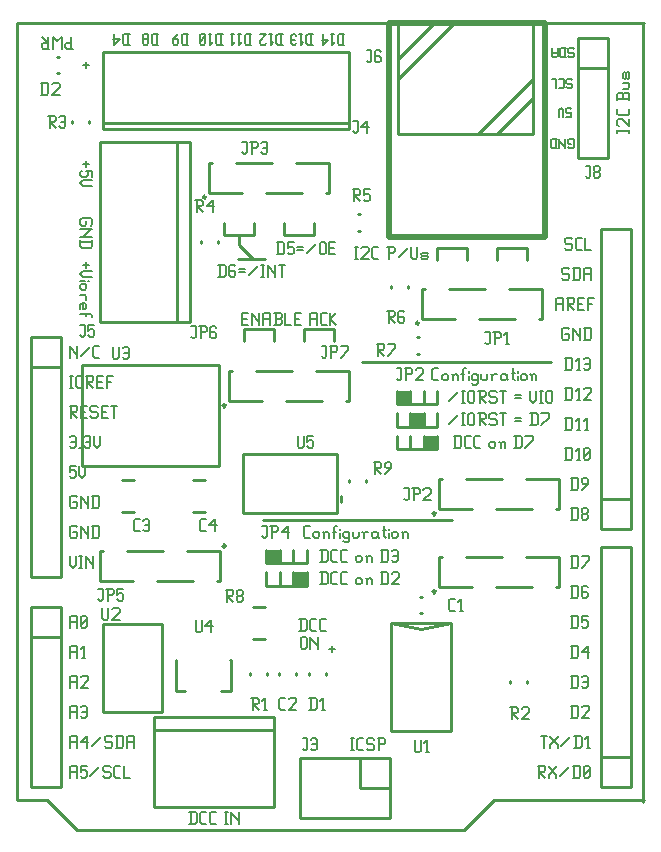
<source format=gbr>
G04 start of page 8 for group -4079 idx -4079 *
G04 Title: (unknown), topsilk *
G04 Creator: pcb 20140316 *
G04 CreationDate: Wed 08 Apr 2015 04:08:23 PM GMT UTC *
G04 For: ndholmes *
G04 Format: Gerber/RS-274X *
G04 PCB-Dimensions (mil): 2110.00 2710.00 *
G04 PCB-Coordinate-Origin: lower left *
%MOIN*%
%FSLAX25Y25*%
%LNTOPSILK*%
%ADD86C,0.0200*%
%ADD85C,0.0080*%
%ADD84C,0.0100*%
%ADD83C,0.0001*%
G54D83*G36*
X132000Y140000D02*X136500D01*
Y135500D01*
X132000D01*
Y140000D01*
G37*
G36*
X127500Y147500D02*X132000D01*
Y143000D01*
X127500D01*
Y147500D01*
G37*
G36*
X136500Y132500D02*X141000D01*
Y128000D01*
X136500D01*
Y132500D01*
G37*
G36*
X93000Y87000D02*X97500D01*
Y82500D01*
X93000D01*
Y87000D01*
G37*
G36*
X84000Y94500D02*X88500D01*
Y90000D01*
X84000D01*
Y94500D01*
G37*
G54D84*X150000Y1000D02*X21000D01*
X160000Y11000D02*X150000Y1000D01*
X1000Y11000D02*X11000D01*
X210000D02*X160000D01*
X83000Y104500D02*X146000D01*
X84000Y87000D02*Y82500D01*
Y94500D02*Y90000D01*
X88500Y82500D02*Y87000D01*
X97500D02*Y82500D01*
X84000D02*X97500D01*
X127500Y140000D02*Y135500D01*
Y132500D02*Y128000D01*
X132000D02*Y132500D01*
X127500Y147500D02*Y143000D01*
X132000D02*Y147500D01*
X136500Y143000D02*Y147500D01*
X141000D02*Y143000D01*
X127500D02*X141000D01*
X132000Y135500D02*Y140000D01*
X136500Y135500D02*Y140000D01*
X141000D02*Y135500D01*
X127500D02*X141000D01*
X136500Y128000D02*Y132500D01*
X127500Y128000D02*X141000D01*
Y132500D02*Y128000D01*
X116000Y157000D02*X179000D01*
X21000Y1000D02*X11000Y11000D01*
X1000D02*Y270000D01*
X88500Y90000D02*Y94500D01*
X93000Y90000D02*Y94500D01*
X97500D02*Y90000D01*
X84000D02*X97500D01*
X93000Y82500D02*Y87000D01*
X80000Y203500D02*Y199500D01*
X90000D02*Y203500D01*
X80000Y199500D02*X70000D01*
X100000D02*X90000D01*
X70000D02*Y203500D01*
X75000Y199500D02*Y196000D01*
X79500Y191500D01*
X74500D02*X83500D01*
X100000Y203500D02*Y199500D01*
X96500Y164000D02*Y168000D01*
X76500Y164000D02*Y168000D01*
X86500D02*X76500D01*
X86500D02*Y164000D01*
X209500Y269500D02*Y10500D01*
X128000Y251500D02*X146500Y270000D01*
X128000Y258000D02*X140000Y270000D01*
X128000Y233000D02*Y270000D01*
X173000Y251500D02*X154500Y233000D01*
X173000Y245000D02*X161000Y233000D01*
X173000D02*X128000D01*
X173000Y270000D02*Y233000D01*
X1000Y270000D02*X210000D01*
X141000Y191000D02*Y195000D01*
X151000D02*X141000D01*
X151000D02*Y191000D01*
X171000Y195000D02*Y191000D01*
X161000D02*Y195000D01*
X171000D02*X161000D01*
X106500Y168000D02*Y164000D01*
Y168000D02*X96500D01*
G54D85*X18500Y22000D02*Y18500D01*
Y22000D02*X19000Y22500D01*
X20500D01*
X21000Y22000D01*
Y18500D01*
X18500Y20500D02*X21000D01*
X22200Y22500D02*X24200D01*
X22200D02*Y20500D01*
X22700Y21000D01*
X23700D01*
X24200Y20500D01*
Y19000D01*
X23700Y18500D02*X24200Y19000D01*
X22700Y18500D02*X23700D01*
X22200Y19000D02*X22700Y18500D01*
X25400Y19000D02*X28400Y22000D01*
X31600Y22500D02*X32100Y22000D01*
X30100Y22500D02*X31600D01*
X29600Y22000D02*X30100Y22500D01*
X29600Y22000D02*Y21000D01*
X30100Y20500D01*
X31600D01*
X32100Y20000D01*
Y19000D01*
X31600Y18500D02*X32100Y19000D01*
X30100Y18500D02*X31600D01*
X29600Y19000D02*X30100Y18500D01*
X33800D02*X35300D01*
X33300Y19000D02*X33800Y18500D01*
X33300Y22000D02*Y19000D01*
Y22000D02*X33800Y22500D01*
X35300D01*
X36500D02*Y18500D01*
X38500D01*
X18500Y32000D02*Y28500D01*
Y32000D02*X19000Y32500D01*
X20500D01*
X21000Y32000D01*
Y28500D01*
X18500Y30500D02*X21000D01*
X22200D02*X24200Y32500D01*
X22200Y30500D02*X24700D01*
X24200Y32500D02*Y28500D01*
X25900Y29000D02*X28900Y32000D01*
X32100Y32500D02*X32600Y32000D01*
X30600Y32500D02*X32100D01*
X30100Y32000D02*X30600Y32500D01*
X30100Y32000D02*Y31000D01*
X30600Y30500D01*
X32100D01*
X32600Y30000D01*
Y29000D01*
X32100Y28500D02*X32600Y29000D01*
X30600Y28500D02*X32100D01*
X30100Y29000D02*X30600Y28500D01*
X34300Y32500D02*Y28500D01*
X35800Y32500D02*X36300Y32000D01*
Y29000D01*
X35800Y28500D02*X36300Y29000D01*
X33800Y28500D02*X35800D01*
X33800Y32500D02*X35800D01*
X37500Y32000D02*Y28500D01*
Y32000D02*X38000Y32500D01*
X39500D01*
X40000Y32000D01*
Y28500D01*
X37500Y30500D02*X40000D01*
X18500Y42000D02*Y38500D01*
Y42000D02*X19000Y42500D01*
X20500D01*
X21000Y42000D01*
Y38500D01*
X18500Y40500D02*X21000D01*
X22200Y42000D02*X22700Y42500D01*
X23700D01*
X24200Y42000D01*
Y39000D01*
X23700Y38500D02*X24200Y39000D01*
X22700Y38500D02*X23700D01*
X22200Y39000D02*X22700Y38500D01*
Y40500D02*X24200D01*
X18500Y52000D02*Y48500D01*
Y52000D02*X19000Y52500D01*
X20500D01*
X21000Y52000D01*
Y48500D01*
X18500Y50500D02*X21000D01*
X22200Y52000D02*X22700Y52500D01*
X24200D01*
X24700Y52000D01*
Y51000D01*
X22200Y48500D02*X24700Y51000D01*
X22200Y48500D02*X24700D01*
X18500Y62000D02*Y58500D01*
Y62000D02*X19000Y62500D01*
X20500D01*
X21000Y62000D01*
Y58500D01*
X18500Y60500D02*X21000D01*
X22700Y58500D02*X23700D01*
X23200Y62500D02*Y58500D01*
X22200Y61500D02*X23200Y62500D01*
X58800Y7200D02*Y3200D01*
X60300Y7200D02*X60800Y6700D01*
Y3700D01*
X60300Y3200D02*X60800Y3700D01*
X58300Y3200D02*X60300D01*
X58300Y7200D02*X60300D01*
X62500Y3200D02*X64000D01*
X62000Y3700D02*X62500Y3200D01*
X62000Y6700D02*Y3700D01*
Y6700D02*X62500Y7200D01*
X64000D01*
X65700Y3200D02*X67200D01*
X65200Y3700D02*X65700Y3200D01*
X65200Y6700D02*Y3700D01*
Y6700D02*X65700Y7200D01*
X67200D01*
X70200D02*X71200D01*
X70700D02*Y3200D01*
X70200D02*X71200D01*
X72400Y7200D02*Y3200D01*
Y7200D02*Y6700D01*
X74900Y4200D01*
Y7200D02*Y3200D01*
X18500Y72000D02*Y68500D01*
Y72000D02*X19000Y72500D01*
X20500D01*
X21000Y72000D01*
Y68500D01*
X18500Y70500D02*X21000D01*
X22200Y69000D02*X22700Y68500D01*
X22200Y72000D02*Y69000D01*
Y72000D02*X22700Y72500D01*
X23700D01*
X24200Y72000D01*
Y69000D01*
X23700Y68500D02*X24200Y69000D01*
X22700Y68500D02*X23700D01*
X22200Y69500D02*X24200Y71500D01*
X18500Y92500D02*Y89500D01*
X19500Y88500D01*
X20500Y89500D01*
Y92500D02*Y89500D01*
X21700Y92500D02*X22700D01*
X22200D02*Y88500D01*
X21700D02*X22700D01*
X23900Y92500D02*Y88500D01*
Y92500D02*Y92000D01*
X26400Y89500D01*
Y92500D02*Y88500D01*
X186000Y52500D02*Y48500D01*
X187500Y52500D02*X188000Y52000D01*
Y49000D01*
X187500Y48500D02*X188000Y49000D01*
X185500Y48500D02*X187500D01*
X185500Y52500D02*X187500D01*
X189200Y52000D02*X189700Y52500D01*
X190700D01*
X191200Y52000D01*
Y49000D01*
X190700Y48500D02*X191200Y49000D01*
X189700Y48500D02*X190700D01*
X189200Y49000D02*X189700Y48500D01*
Y50500D02*X191200D01*
X186000Y62500D02*Y58500D01*
X187500Y62500D02*X188000Y62000D01*
Y59000D01*
X187500Y58500D02*X188000Y59000D01*
X185500Y58500D02*X187500D01*
X185500Y62500D02*X187500D01*
X189200Y60500D02*X191200Y62500D01*
X189200Y60500D02*X191700D01*
X191200Y62500D02*Y58500D01*
X186000Y42500D02*Y38500D01*
X187500Y42500D02*X188000Y42000D01*
Y39000D01*
X187500Y38500D02*X188000Y39000D01*
X185500Y38500D02*X187500D01*
X185500Y42500D02*X187500D01*
X189200Y42000D02*X189700Y42500D01*
X191200D01*
X191700Y42000D01*
Y41000D01*
X189200Y38500D02*X191700Y41000D01*
X189200Y38500D02*X191700D01*
X174500Y22500D02*X176500D01*
X177000Y22000D01*
Y21000D01*
X176500Y20500D02*X177000Y21000D01*
X175000Y20500D02*X176500D01*
X175000Y22500D02*Y18500D01*
Y20500D02*X177000Y18500D01*
X178200Y22500D02*Y22000D01*
X180700Y19500D01*
Y18500D01*
X178200Y19500D02*Y18500D01*
Y19500D02*X180700Y22000D01*
Y22500D02*Y22000D01*
X181900Y19000D02*X184900Y22000D01*
X186600Y22500D02*Y18500D01*
X188100Y22500D02*X188600Y22000D01*
Y19000D01*
X188100Y18500D02*X188600Y19000D01*
X186100Y18500D02*X188100D01*
X186100Y22500D02*X188100D01*
X189800Y19000D02*X190300Y18500D01*
X189800Y22000D02*Y19000D01*
Y22000D02*X190300Y22500D01*
X191300D01*
X191800Y22000D01*
Y19000D01*
X191300Y18500D02*X191800Y19000D01*
X190300Y18500D02*X191300D01*
X189800Y19500D02*X191800Y21500D01*
X112100Y31600D02*X113100D01*
X112600D02*Y27600D01*
X112100D02*X113100D01*
X114800D02*X116300D01*
X114300Y28100D02*X114800Y27600D01*
X114300Y31100D02*Y28100D01*
Y31100D02*X114800Y31600D01*
X116300D01*
X119500D02*X120000Y31100D01*
X118000Y31600D02*X119500D01*
X117500Y31100D02*X118000Y31600D01*
X117500Y31100D02*Y30100D01*
X118000Y29600D01*
X119500D01*
X120000Y29100D01*
Y28100D01*
X119500Y27600D02*X120000Y28100D01*
X118000Y27600D02*X119500D01*
X117500Y28100D02*X118000Y27600D01*
X121700Y31600D02*Y27600D01*
X121200Y31600D02*X123200D01*
X123700Y31100D01*
Y30100D01*
X123200Y29600D02*X123700Y30100D01*
X121700Y29600D02*X123200D01*
X175500Y32500D02*X177500D01*
X176500D02*Y28500D01*
X178700Y32500D02*Y32000D01*
X181200Y29500D01*
Y28500D01*
X178700Y29500D02*Y28500D01*
Y29500D02*X181200Y32000D01*
Y32500D02*Y32000D01*
X182400Y29000D02*X185400Y32000D01*
X187100Y32500D02*Y28500D01*
X188600Y32500D02*X189100Y32000D01*
Y29000D01*
X188600Y28500D02*X189100Y29000D01*
X186600Y28500D02*X188600D01*
X186600Y32500D02*X188600D01*
X190800Y28500D02*X191800D01*
X191300Y32500D02*Y28500D01*
X190300Y31500D02*X191300Y32500D01*
X186000Y92500D02*Y88500D01*
X187500Y92500D02*X188000Y92000D01*
Y89000D01*
X187500Y88500D02*X188000Y89000D01*
X185500Y88500D02*X187500D01*
X185500Y92500D02*X187500D01*
X189200Y88500D02*X191700Y91000D01*
Y92500D02*Y91000D01*
X189200Y92500D02*X191700D01*
X186000Y82500D02*Y78500D01*
X187500Y82500D02*X188000Y82000D01*
Y79000D01*
X187500Y78500D02*X188000Y79000D01*
X185500Y78500D02*X187500D01*
X185500Y82500D02*X187500D01*
X190700D02*X191200Y82000D01*
X189700Y82500D02*X190700D01*
X189200Y82000D02*X189700Y82500D01*
X189200Y82000D02*Y79000D01*
X189700Y78500D01*
X190700Y80500D02*X191200Y80000D01*
X189200Y80500D02*X190700D01*
X189700Y78500D02*X190700D01*
X191200Y79000D01*
Y80000D02*Y79000D01*
X186000Y72500D02*Y68500D01*
X187500Y72500D02*X188000Y72000D01*
Y69000D01*
X187500Y68500D02*X188000Y69000D01*
X185500Y68500D02*X187500D01*
X185500Y72500D02*X187500D01*
X189200D02*X191200D01*
X189200D02*Y70500D01*
X189700Y71000D01*
X190700D01*
X191200Y70500D01*
Y69000D01*
X190700Y68500D02*X191200Y69000D01*
X189700Y68500D02*X190700D01*
X189200Y69000D02*X189700Y68500D01*
X97000Y98500D02*X98500D01*
X96500Y99000D02*X97000Y98500D01*
X96500Y102000D02*Y99000D01*
Y102000D02*X97000Y102500D01*
X98500D01*
X99700Y100000D02*Y99000D01*
Y100000D02*X100200Y100500D01*
X101200D01*
X101700Y100000D01*
Y99000D01*
X101200Y98500D02*X101700Y99000D01*
X100200Y98500D02*X101200D01*
X99700Y99000D02*X100200Y98500D01*
X103400Y100000D02*Y98500D01*
Y100000D02*X103900Y100500D01*
X104400D01*
X104900Y100000D01*
Y98500D01*
X102900Y100500D02*X103400Y100000D01*
X106600Y102000D02*Y98500D01*
Y102000D02*X107100Y102500D01*
X107600D01*
X106100Y100500D02*X107100D01*
X108600Y101500D02*Y101000D01*
Y100000D02*Y98500D01*
X111100Y100500D02*X111600Y100000D01*
X110100Y100500D02*X111100D01*
X109600Y100000D02*X110100Y100500D01*
X109600Y100000D02*Y99000D01*
X110100Y98500D01*
X111100D01*
X111600Y99000D01*
X109600Y97500D02*X110100Y97000D01*
X111100D01*
X111600Y97500D01*
Y100500D02*Y97500D01*
X112800Y100500D02*Y99000D01*
X113300Y98500D01*
X114300D01*
X114800Y99000D01*
Y100500D02*Y99000D01*
X116500Y100000D02*Y98500D01*
Y100000D02*X117000Y100500D01*
X118000D01*
X116000D02*X116500Y100000D01*
X120700Y100500D02*X121200Y100000D01*
X119700Y100500D02*X120700D01*
X119200Y100000D02*X119700Y100500D01*
X119200Y100000D02*Y99000D01*
X119700Y98500D01*
X121200Y100500D02*Y99000D01*
X121700Y98500D01*
X119700D02*X120700D01*
X121200Y99000D01*
X123400Y102500D02*Y99000D01*
X123900Y98500D01*
X122900Y101000D02*X123900D01*
X124900Y101500D02*Y101000D01*
Y100000D02*Y98500D01*
X125900Y100000D02*Y99000D01*
Y100000D02*X126400Y100500D01*
X127400D01*
X127900Y100000D01*
Y99000D01*
X127400Y98500D02*X127900Y99000D01*
X126400Y98500D02*X127400D01*
X125900Y99000D02*X126400Y98500D01*
X129600Y100000D02*Y98500D01*
Y100000D02*X130100Y100500D01*
X130600D01*
X131100Y100000D01*
Y98500D01*
X129100Y100500D02*X129600Y100000D01*
X102500Y87000D02*Y83000D01*
X104000Y87000D02*X104500Y86500D01*
Y83500D01*
X104000Y83000D02*X104500Y83500D01*
X102000Y83000D02*X104000D01*
X102000Y87000D02*X104000D01*
X106200Y83000D02*X107700D01*
X105700Y83500D02*X106200Y83000D01*
X105700Y86500D02*Y83500D01*
Y86500D02*X106200Y87000D01*
X107700D01*
X109400Y83000D02*X110900D01*
X108900Y83500D02*X109400Y83000D01*
X108900Y86500D02*Y83500D01*
Y86500D02*X109400Y87000D01*
X110900D01*
X113900Y84500D02*Y83500D01*
Y84500D02*X114400Y85000D01*
X115400D01*
X115900Y84500D01*
Y83500D01*
X115400Y83000D02*X115900Y83500D01*
X114400Y83000D02*X115400D01*
X113900Y83500D02*X114400Y83000D01*
X117600Y84500D02*Y83000D01*
Y84500D02*X118100Y85000D01*
X118600D01*
X119100Y84500D01*
Y83000D01*
X117100Y85000D02*X117600Y84500D01*
X122600Y87000D02*Y83000D01*
X124100Y87000D02*X124600Y86500D01*
Y83500D01*
X124100Y83000D02*X124600Y83500D01*
X122100Y83000D02*X124100D01*
X122100Y87000D02*X124100D01*
X125800Y86500D02*X126300Y87000D01*
X127800D01*
X128300Y86500D01*
Y85500D01*
X125800Y83000D02*X128300Y85500D01*
X125800Y83000D02*X128300D01*
X102500Y94500D02*Y90500D01*
X104000Y94500D02*X104500Y94000D01*
Y91000D01*
X104000Y90500D02*X104500Y91000D01*
X102000Y90500D02*X104000D01*
X102000Y94500D02*X104000D01*
X106200Y90500D02*X107700D01*
X105700Y91000D02*X106200Y90500D01*
X105700Y94000D02*Y91000D01*
Y94000D02*X106200Y94500D01*
X107700D01*
X109400Y90500D02*X110900D01*
X108900Y91000D02*X109400Y90500D01*
X108900Y94000D02*Y91000D01*
Y94000D02*X109400Y94500D01*
X110900D01*
X113900Y92000D02*Y91000D01*
Y92000D02*X114400Y92500D01*
X115400D01*
X115900Y92000D01*
Y91000D01*
X115400Y90500D02*X115900Y91000D01*
X114400Y90500D02*X115400D01*
X113900Y91000D02*X114400Y90500D01*
X117600Y92000D02*Y90500D01*
Y92000D02*X118100Y92500D01*
X118600D01*
X119100Y92000D01*
Y90500D01*
X117100Y92500D02*X117600Y92000D01*
X122600Y94500D02*Y90500D01*
X124100Y94500D02*X124600Y94000D01*
Y91000D01*
X124100Y90500D02*X124600Y91000D01*
X122100Y90500D02*X124100D01*
X122100Y94500D02*X124100D01*
X125800Y94000D02*X126300Y94500D01*
X127300D01*
X127800Y94000D01*
Y91000D01*
X127300Y90500D02*X127800Y91000D01*
X126300Y90500D02*X127300D01*
X125800Y91000D02*X126300Y90500D01*
Y92500D02*X127800D01*
X95500Y71500D02*Y67500D01*
X97000Y71500D02*X97500Y71000D01*
Y68000D01*
X97000Y67500D02*X97500Y68000D01*
X95000Y67500D02*X97000D01*
X95000Y71500D02*X97000D01*
X99200Y67500D02*X100700D01*
X98700Y68000D02*X99200Y67500D01*
X98700Y71000D02*Y68000D01*
Y71000D02*X99200Y71500D01*
X100700D01*
X102400Y67500D02*X103900D01*
X101900Y68000D02*X102400Y67500D01*
X101900Y71000D02*Y68000D01*
Y71000D02*X102400Y71500D01*
X103900D01*
X95500Y65000D02*Y62000D01*
Y65000D02*X96000Y65500D01*
X97000D01*
X97500Y65000D01*
Y62000D01*
X97000Y61500D02*X97500Y62000D01*
X96000Y61500D02*X97000D01*
X95500Y62000D02*X96000Y61500D01*
X98700Y65500D02*Y61500D01*
Y65500D02*Y65000D01*
X101200Y62500D01*
Y65500D02*Y61500D01*
X105000D02*X107000D01*
X106000Y62500D02*Y60500D01*
X18500Y122500D02*X20500D01*
X18500D02*Y120500D01*
X19000Y121000D01*
X20000D01*
X20500Y120500D01*
Y119000D01*
X20000Y118500D02*X20500Y119000D01*
X19000Y118500D02*X20000D01*
X18500Y119000D02*X19000Y118500D01*
X21700Y122500D02*Y119500D01*
X22700Y118500D01*
X23700Y119500D01*
Y122500D02*Y119500D01*
X18500Y132000D02*X19000Y132500D01*
X20000D01*
X20500Y132000D01*
Y129000D01*
X20000Y128500D02*X20500Y129000D01*
X19000Y128500D02*X20000D01*
X18500Y129000D02*X19000Y128500D01*
Y130500D02*X20500D01*
X21700Y128500D02*X22200D01*
X23400Y132000D02*X23900Y132500D01*
X24900D01*
X25400Y132000D01*
Y129000D01*
X24900Y128500D02*X25400Y129000D01*
X23900Y128500D02*X24900D01*
X23400Y129000D02*X23900Y128500D01*
Y130500D02*X25400D01*
X26600Y132500D02*Y129500D01*
X27600Y128500D01*
X28600Y129500D01*
Y132500D02*Y129500D01*
X18500Y142500D02*X20500D01*
X21000Y142000D01*
Y141000D01*
X20500Y140500D02*X21000Y141000D01*
X19000Y140500D02*X20500D01*
X19000Y142500D02*Y138500D01*
Y140500D02*X21000Y138500D01*
X22200Y140500D02*X23700D01*
X22200Y138500D02*X24200D01*
X22200Y142500D02*Y138500D01*
Y142500D02*X24200D01*
X27400D02*X27900Y142000D01*
X25900Y142500D02*X27400D01*
X25400Y142000D02*X25900Y142500D01*
X25400Y142000D02*Y141000D01*
X25900Y140500D01*
X27400D01*
X27900Y140000D01*
Y139000D01*
X27400Y138500D02*X27900Y139000D01*
X25900Y138500D02*X27400D01*
X25400Y139000D02*X25900Y138500D01*
X29100Y140500D02*X30600D01*
X29100Y138500D02*X31100D01*
X29100Y142500D02*Y138500D01*
Y142500D02*X31100D01*
X32300D02*X34300D01*
X33300D02*Y138500D01*
X18500Y162500D02*Y158500D01*
Y162500D02*Y162000D01*
X21000Y159500D01*
Y162500D02*Y158500D01*
X22200Y159000D02*X25200Y162000D01*
X26900Y158500D02*X28400D01*
X26400Y159000D02*X26900Y158500D01*
X26400Y162000D02*Y159000D01*
Y162000D02*X26900Y162500D01*
X28400D01*
X18500Y152500D02*X19500D01*
X19000D02*Y148500D01*
X18500D02*X19500D01*
X20700Y152000D02*Y149000D01*
Y152000D02*X21200Y152500D01*
X22200D01*
X22700Y152000D01*
Y149000D01*
X22200Y148500D02*X22700Y149000D01*
X21200Y148500D02*X22200D01*
X20700Y149000D02*X21200Y148500D01*
X23900Y152500D02*X25900D01*
X26400Y152000D01*
Y151000D01*
X25900Y150500D02*X26400Y151000D01*
X24400Y150500D02*X25900D01*
X24400Y152500D02*Y148500D01*
Y150500D02*X26400Y148500D01*
X27600Y150500D02*X29100D01*
X27600Y148500D02*X29600D01*
X27600Y152500D02*Y148500D01*
Y152500D02*X29600D01*
X30800D02*Y148500D01*
Y152500D02*X32800D01*
X30800Y150500D02*X32300D01*
X20500Y102500D02*X21000Y102000D01*
X19000Y102500D02*X20500D01*
X18500Y102000D02*X19000Y102500D01*
X18500Y102000D02*Y99000D01*
X19000Y98500D01*
X20500D01*
X21000Y99000D01*
Y100000D02*Y99000D01*
X20500Y100500D02*X21000Y100000D01*
X19500Y100500D02*X20500D01*
X22200Y102500D02*Y98500D01*
Y102500D02*Y102000D01*
X24700Y99500D01*
Y102500D02*Y98500D01*
X26400Y102500D02*Y98500D01*
X27900Y102500D02*X28400Y102000D01*
Y99000D01*
X27900Y98500D02*X28400Y99000D01*
X25900Y98500D02*X27900D01*
X25900Y102500D02*X27900D01*
X20500Y112500D02*X21000Y112000D01*
X19000Y112500D02*X20500D01*
X18500Y112000D02*X19000Y112500D01*
X18500Y112000D02*Y109000D01*
X19000Y108500D01*
X20500D01*
X21000Y109000D01*
Y110000D02*Y109000D01*
X20500Y110500D02*X21000Y110000D01*
X19500Y110500D02*X20500D01*
X22200Y112500D02*Y108500D01*
Y112500D02*Y112000D01*
X24700Y109500D01*
Y112500D02*Y108500D01*
X26400Y112500D02*Y108500D01*
X27900Y112500D02*X28400Y112000D01*
Y109000D01*
X27900Y108500D02*X28400Y109000D01*
X25900Y108500D02*X27900D01*
X25900Y112500D02*X27900D01*
X26000Y203000D02*X25500Y202500D01*
X26000Y204500D02*Y203000D01*
X25500Y205000D02*X26000Y204500D01*
X22500Y205000D02*X25500D01*
X22500D02*X22000Y204500D01*
Y203000D01*
X22500Y202500D01*
X23500D01*
X24000Y203000D02*X23500Y202500D01*
X24000Y204000D02*Y203000D01*
X22000Y201300D02*X26000D01*
X25500D02*X26000D01*
X25500D02*X23000Y198800D01*
X22000D02*X26000D01*
X22000Y197100D02*X26000D01*
Y195600D02*X25500Y195100D01*
X22500D02*X25500D01*
X22000Y195600D02*X22500Y195100D01*
X22000Y197600D02*Y195600D01*
X26000Y197600D02*Y195600D01*
X24000Y224000D02*Y222000D01*
X23000Y223000D02*X25000D01*
X26000Y220800D02*Y218800D01*
X24000Y220800D02*X26000D01*
X24000D02*X24500Y220300D01*
Y219300D01*
X24000Y218800D01*
X22500D02*X24000D01*
X22000Y219300D02*X22500Y218800D01*
X22000Y220300D02*Y219300D01*
X22500Y220800D02*X22000Y220300D01*
X23000Y217600D02*X26000D01*
X23000D02*X22000Y216600D01*
X23000Y215600D01*
X26000D01*
X24000Y190500D02*Y188500D01*
X23000Y189500D02*X25000D01*
X23000Y187300D02*X26000D01*
X23000D02*X22000Y186300D01*
X23000Y185300D01*
X26000D01*
X24500Y184100D02*X25000D01*
X22000D02*X23500D01*
X22500Y183100D02*X23500D01*
X24000Y182600D01*
Y181600D01*
X23500Y181100D01*
X22500D02*X23500D01*
X22000Y181600D02*X22500Y181100D01*
X22000Y182600D02*Y181600D01*
X22500Y183100D02*X22000Y182600D01*
Y179400D02*X23500D01*
X24000Y178900D01*
Y177900D01*
Y179900D02*X23500Y179400D01*
X22000Y176200D02*Y174700D01*
X22500Y176700D02*X22000Y176200D01*
X22500Y176700D02*X23500D01*
X24000Y176200D01*
Y175200D01*
X23500Y174700D01*
X23000Y176700D02*Y174700D01*
X23500D01*
X22000Y173000D02*X25500D01*
X26000Y172500D01*
Y172000D01*
X24000Y173500D02*Y172500D01*
X23000Y256000D02*X25000D01*
X24000Y257000D02*Y255000D01*
X19000Y265500D02*Y261500D01*
X17500D02*X19500D01*
X17500D02*X17000Y262000D01*
Y263000D02*Y262000D01*
X17500Y263500D02*X17000Y263000D01*
X17500Y263500D02*X19000D01*
X15800Y265500D02*Y261500D01*
Y265500D02*X14300Y264000D01*
X12800Y265500D01*
Y261500D01*
X9600D02*X11600D01*
X9600D02*X9100Y262000D01*
Y263000D02*Y262000D01*
X9600Y263500D02*X9100Y263000D01*
X9600Y263500D02*X11100D01*
Y265500D02*Y261500D01*
Y263500D02*X9100Y265500D01*
X38050Y266500D02*Y262900D01*
X36700D02*X36250Y263350D01*
Y266050D02*Y263350D01*
X36700Y266500D02*X36250Y266050D01*
X36700Y266500D02*X38500D01*
X36700Y262900D02*X38500D01*
X35170Y264700D02*X33370Y262900D01*
X32920Y264700D02*X35170D01*
X33370Y266500D02*Y262900D01*
X47550Y266500D02*Y262900D01*
X46200D02*X45750Y263350D01*
Y266050D02*Y263350D01*
X46200Y266500D02*X45750Y266050D01*
X46200Y266500D02*X48000D01*
X46200Y262900D02*X48000D01*
X44670Y266050D02*X44220Y266500D01*
X44670Y266050D02*Y265150D01*
X44220Y264700D01*
X43320D02*X44220D01*
X43320D02*X42870Y265150D01*
Y266050D02*Y265150D01*
X43320Y266500D02*X42870Y266050D01*
X43320Y266500D02*X44220D01*
X44670Y264250D02*X44220Y264700D01*
X44670Y264250D02*Y263350D01*
X44220Y262900D01*
X43320D02*X44220D01*
X43320D02*X42870Y263350D01*
Y264250D02*Y263350D01*
X43320Y264700D02*X42870Y264250D01*
X186000Y108500D02*Y104500D01*
X187500Y108500D02*X188000Y108000D01*
Y105000D01*
X187500Y104500D02*X188000Y105000D01*
X185500Y104500D02*X187500D01*
X185500Y108500D02*X187500D01*
X189200Y105000D02*X189700Y104500D01*
X189200Y106000D02*Y105000D01*
Y106000D02*X189700Y106500D01*
X190700D01*
X191200Y106000D01*
Y105000D01*
X190700Y104500D02*X191200Y105000D01*
X189700Y104500D02*X190700D01*
X189200Y107000D02*X189700Y106500D01*
X189200Y108000D02*Y107000D01*
Y108000D02*X189700Y108500D01*
X190700D01*
X191200Y108000D01*
Y107000D01*
X190700Y106500D02*X191200Y107000D01*
X184000Y128500D02*Y124500D01*
X185500Y128500D02*X186000Y128000D01*
Y125000D01*
X185500Y124500D02*X186000Y125000D01*
X183500Y124500D02*X185500D01*
X183500Y128500D02*X185500D01*
X187700Y124500D02*X188700D01*
X188200Y128500D02*Y124500D01*
X187200Y127500D02*X188200Y128500D01*
X189900Y125000D02*X190400Y124500D01*
X189900Y128000D02*Y125000D01*
Y128000D02*X190400Y128500D01*
X191400D01*
X191900Y128000D01*
Y125000D01*
X191400Y124500D02*X191900Y125000D01*
X190400Y124500D02*X191400D01*
X189900Y125500D02*X191900Y127500D01*
X186000Y118500D02*Y114500D01*
X187500Y118500D02*X188000Y118000D01*
Y115000D01*
X187500Y114500D02*X188000Y115000D01*
X185500Y114500D02*X187500D01*
X185500Y118500D02*X187500D01*
X189200Y114500D02*X191200Y116500D01*
Y118000D02*Y116500D01*
X190700Y118500D02*X191200Y118000D01*
X189700Y118500D02*X190700D01*
X189200Y118000D02*X189700Y118500D01*
X189200Y118000D02*Y117000D01*
X189700Y116500D01*
X191200D01*
X180500Y178000D02*Y174500D01*
Y178000D02*X181000Y178500D01*
X182500D01*
X183000Y178000D01*
Y174500D01*
X180500Y176500D02*X183000D01*
X184200Y178500D02*X186200D01*
X186700Y178000D01*
Y177000D01*
X186200Y176500D02*X186700Y177000D01*
X184700Y176500D02*X186200D01*
X184700Y178500D02*Y174500D01*
Y176500D02*X186700Y174500D01*
X187900Y176500D02*X189400D01*
X187900Y174500D02*X189900D01*
X187900Y178500D02*Y174500D01*
Y178500D02*X189900D01*
X191100D02*Y174500D01*
Y178500D02*X193100D01*
X191100Y176500D02*X192600D01*
X184500Y188500D02*X185000Y188000D01*
X183000Y188500D02*X184500D01*
X182500Y188000D02*X183000Y188500D01*
X182500Y188000D02*Y187000D01*
X183000Y186500D01*
X184500D01*
X185000Y186000D01*
Y185000D01*
X184500Y184500D02*X185000Y185000D01*
X183000Y184500D02*X184500D01*
X182500Y185000D02*X183000Y184500D01*
X186700Y188500D02*Y184500D01*
X188200Y188500D02*X188700Y188000D01*
Y185000D01*
X188200Y184500D02*X188700Y185000D01*
X186200Y184500D02*X188200D01*
X186200Y188500D02*X188200D01*
X189900Y188000D02*Y184500D01*
Y188000D02*X190400Y188500D01*
X191900D01*
X192400Y188000D01*
Y184500D01*
X189900Y186500D02*X192400D01*
X185500Y198500D02*X186000Y198000D01*
X184000Y198500D02*X185500D01*
X183500Y198000D02*X184000Y198500D01*
X183500Y198000D02*Y197000D01*
X184000Y196500D01*
X185500D01*
X186000Y196000D01*
Y195000D01*
X185500Y194500D02*X186000Y195000D01*
X184000Y194500D02*X185500D01*
X183500Y195000D02*X184000Y194500D01*
X187700D02*X189200D01*
X187200Y195000D02*X187700Y194500D01*
X187200Y198000D02*Y195000D01*
Y198000D02*X187700Y198500D01*
X189200D01*
X190400D02*Y194500D01*
X192400D01*
X184500Y168500D02*X185000Y168000D01*
X183000Y168500D02*X184500D01*
X182500Y168000D02*X183000Y168500D01*
X182500Y168000D02*Y165000D01*
X183000Y164500D01*
X184500D01*
X185000Y165000D01*
Y166000D02*Y165000D01*
X184500Y166500D02*X185000Y166000D01*
X183500Y166500D02*X184500D01*
X186200Y168500D02*Y164500D01*
Y168500D02*Y168000D01*
X188700Y165500D01*
Y168500D02*Y164500D01*
X190400Y168500D02*Y164500D01*
X191900Y168500D02*X192400Y168000D01*
Y165000D01*
X191900Y164500D02*X192400Y165000D01*
X189900Y164500D02*X191900D01*
X189900Y168500D02*X191900D01*
X184000Y158500D02*Y154500D01*
X185500Y158500D02*X186000Y158000D01*
Y155000D01*
X185500Y154500D02*X186000Y155000D01*
X183500Y154500D02*X185500D01*
X183500Y158500D02*X185500D01*
X187700Y154500D02*X188700D01*
X188200Y158500D02*Y154500D01*
X187200Y157500D02*X188200Y158500D01*
X189900Y158000D02*X190400Y158500D01*
X191400D01*
X191900Y158000D01*
Y155000D01*
X191400Y154500D02*X191900Y155000D01*
X190400Y154500D02*X191400D01*
X189900Y155000D02*X190400Y154500D01*
Y156500D02*X191900D01*
X184000Y148500D02*Y144500D01*
X185500Y148500D02*X186000Y148000D01*
Y145000D01*
X185500Y144500D02*X186000Y145000D01*
X183500Y144500D02*X185500D01*
X183500Y148500D02*X185500D01*
X187700Y144500D02*X188700D01*
X188200Y148500D02*Y144500D01*
X187200Y147500D02*X188200Y148500D01*
X189900Y148000D02*X190400Y148500D01*
X191900D01*
X192400Y148000D01*
Y147000D01*
X189900Y144500D02*X192400Y147000D01*
X189900Y144500D02*X192400D01*
X184000Y138500D02*Y134500D01*
X185500Y138500D02*X186000Y138000D01*
Y135000D01*
X185500Y134500D02*X186000Y135000D01*
X183500Y134500D02*X185500D01*
X183500Y138500D02*X185500D01*
X187700Y134500D02*X188700D01*
X188200Y138500D02*Y134500D01*
X187200Y137500D02*X188200Y138500D01*
X190400Y134500D02*X191400D01*
X190900Y138500D02*Y134500D01*
X189900Y137500D02*X190900Y138500D01*
X145000Y144000D02*X148000Y147000D01*
X149200Y147500D02*X150200D01*
X149700D02*Y143500D01*
X149200D02*X150200D01*
X151400Y147000D02*Y144000D01*
Y147000D02*X151900Y147500D01*
X152900D01*
X153400Y147000D01*
Y144000D01*
X152900Y143500D02*X153400Y144000D01*
X151900Y143500D02*X152900D01*
X151400Y144000D02*X151900Y143500D01*
X154600Y147500D02*X156600D01*
X157100Y147000D01*
Y146000D01*
X156600Y145500D02*X157100Y146000D01*
X155100Y145500D02*X156600D01*
X155100Y147500D02*Y143500D01*
Y145500D02*X157100Y143500D01*
X160300Y147500D02*X160800Y147000D01*
X158800Y147500D02*X160300D01*
X158300Y147000D02*X158800Y147500D01*
X158300Y147000D02*Y146000D01*
X158800Y145500D01*
X160300D01*
X160800Y145000D01*
Y144000D01*
X160300Y143500D02*X160800Y144000D01*
X158800Y143500D02*X160300D01*
X158300Y144000D02*X158800Y143500D01*
X162000Y147500D02*X164000D01*
X163000D02*Y143500D01*
X167000Y146000D02*X169000D01*
X167000Y145000D02*X169000D01*
X172000Y147500D02*Y144500D01*
X173000Y143500D01*
X174000Y144500D01*
Y147500D02*Y144500D01*
X175200Y147500D02*X176200D01*
X175700D02*Y143500D01*
X175200D02*X176200D01*
X177400Y147000D02*Y144000D01*
Y147000D02*X177900Y147500D01*
X178900D01*
X179400Y147000D01*
Y144000D01*
X178900Y143500D02*X179400Y144000D01*
X177900Y143500D02*X178900D01*
X177400Y144000D02*X177900Y143500D01*
X145000Y136500D02*X148000Y139500D01*
X149200Y140000D02*X150200D01*
X149700D02*Y136000D01*
X149200D02*X150200D01*
X151400Y139500D02*Y136500D01*
Y139500D02*X151900Y140000D01*
X152900D01*
X153400Y139500D01*
Y136500D01*
X152900Y136000D02*X153400Y136500D01*
X151900Y136000D02*X152900D01*
X151400Y136500D02*X151900Y136000D01*
X154600Y140000D02*X156600D01*
X157100Y139500D01*
Y138500D01*
X156600Y138000D02*X157100Y138500D01*
X155100Y138000D02*X156600D01*
X155100Y140000D02*Y136000D01*
Y138000D02*X157100Y136000D01*
X160300Y140000D02*X160800Y139500D01*
X158800Y140000D02*X160300D01*
X158300Y139500D02*X158800Y140000D01*
X158300Y139500D02*Y138500D01*
X158800Y138000D01*
X160300D01*
X160800Y137500D01*
Y136500D01*
X160300Y136000D02*X160800Y136500D01*
X158800Y136000D02*X160300D01*
X158300Y136500D02*X158800Y136000D01*
X162000Y140000D02*X164000D01*
X163000D02*Y136000D01*
X167000Y138500D02*X169000D01*
X167000Y137500D02*X169000D01*
X172500Y140000D02*Y136000D01*
X174000Y140000D02*X174500Y139500D01*
Y136500D01*
X174000Y136000D02*X174500Y136500D01*
X172000Y136000D02*X174000D01*
X172000Y140000D02*X174000D01*
X175700Y136000D02*X178200Y138500D01*
Y140000D02*Y138500D01*
X175700Y140000D02*X178200D01*
X147000Y132500D02*Y128500D01*
X148500Y132500D02*X149000Y132000D01*
Y129000D01*
X148500Y128500D02*X149000Y129000D01*
X146500Y128500D02*X148500D01*
X146500Y132500D02*X148500D01*
X150700Y128500D02*X152200D01*
X150200Y129000D02*X150700Y128500D01*
X150200Y132000D02*Y129000D01*
Y132000D02*X150700Y132500D01*
X152200D01*
X153900Y128500D02*X155400D01*
X153400Y129000D02*X153900Y128500D01*
X153400Y132000D02*Y129000D01*
Y132000D02*X153900Y132500D01*
X155400D01*
X158400Y130000D02*Y129000D01*
Y130000D02*X158900Y130500D01*
X159900D01*
X160400Y130000D01*
Y129000D01*
X159900Y128500D02*X160400Y129000D01*
X158900Y128500D02*X159900D01*
X158400Y129000D02*X158900Y128500D01*
X162100Y130000D02*Y128500D01*
Y130000D02*X162600Y130500D01*
X163100D01*
X163600Y130000D01*
Y128500D01*
X161600Y130500D02*X162100Y130000D01*
X167100Y132500D02*Y128500D01*
X168600Y132500D02*X169100Y132000D01*
Y129000D01*
X168600Y128500D02*X169100Y129000D01*
X166600Y128500D02*X168600D01*
X166600Y132500D02*X168600D01*
X170300Y128500D02*X172800Y131000D01*
Y132500D02*Y131000D01*
X170300Y132500D02*X172800D01*
X127500Y155000D02*X129000D01*
Y151500D01*
X128500Y151000D02*X129000Y151500D01*
X128000Y151000D02*X128500D01*
X127500Y151500D02*X128000Y151000D01*
X130700Y155000D02*Y151000D01*
X130200Y155000D02*X132200D01*
X132700Y154500D01*
Y153500D01*
X132200Y153000D02*X132700Y153500D01*
X130700Y153000D02*X132200D01*
X133900Y154500D02*X134400Y155000D01*
X135900D01*
X136400Y154500D01*
Y153500D01*
X133900Y151000D02*X136400Y153500D01*
X133900Y151000D02*X136400D01*
X139900D02*X141400D01*
X139400Y151500D02*X139900Y151000D01*
X139400Y154500D02*Y151500D01*
Y154500D02*X139900Y155000D01*
X141400D01*
X142600Y152500D02*Y151500D01*
Y152500D02*X143100Y153000D01*
X144100D01*
X144600Y152500D01*
Y151500D01*
X144100Y151000D02*X144600Y151500D01*
X143100Y151000D02*X144100D01*
X142600Y151500D02*X143100Y151000D01*
X146300Y152500D02*Y151000D01*
Y152500D02*X146800Y153000D01*
X147300D01*
X147800Y152500D01*
Y151000D01*
X145800Y153000D02*X146300Y152500D01*
X149500Y154500D02*Y151000D01*
Y154500D02*X150000Y155000D01*
X150500D01*
X149000Y153000D02*X150000D01*
X151500Y154000D02*Y153500D01*
Y152500D02*Y151000D01*
X154000Y153000D02*X154500Y152500D01*
X153000Y153000D02*X154000D01*
X152500Y152500D02*X153000Y153000D01*
X152500Y152500D02*Y151500D01*
X153000Y151000D01*
X154000D01*
X154500Y151500D01*
X152500Y150000D02*X153000Y149500D01*
X154000D01*
X154500Y150000D01*
Y153000D02*Y150000D01*
X155700Y153000D02*Y151500D01*
X156200Y151000D01*
X157200D01*
X157700Y151500D01*
Y153000D02*Y151500D01*
X159400Y152500D02*Y151000D01*
Y152500D02*X159900Y153000D01*
X160900D01*
X158900D02*X159400Y152500D01*
X163600Y153000D02*X164100Y152500D01*
X162600Y153000D02*X163600D01*
X162100Y152500D02*X162600Y153000D01*
X162100Y152500D02*Y151500D01*
X162600Y151000D01*
X164100Y153000D02*Y151500D01*
X164600Y151000D01*
X162600D02*X163600D01*
X164100Y151500D01*
X166300Y155000D02*Y151500D01*
X166800Y151000D01*
X165800Y153500D02*X166800D01*
X167800Y154000D02*Y153500D01*
Y152500D02*Y151000D01*
X168800Y152500D02*Y151500D01*
Y152500D02*X169300Y153000D01*
X170300D01*
X170800Y152500D01*
Y151500D01*
X170300Y151000D02*X170800Y151500D01*
X169300Y151000D02*X170300D01*
X168800Y151500D02*X169300Y151000D01*
X172500Y152500D02*Y151000D01*
Y152500D02*X173000Y153000D01*
X173500D01*
X174000Y152500D01*
Y151000D01*
X172000Y153000D02*X172500Y152500D01*
X88000Y197000D02*Y193000D01*
X89500Y197000D02*X90000Y196500D01*
Y193500D01*
X89500Y193000D02*X90000Y193500D01*
X87500Y193000D02*X89500D01*
X87500Y197000D02*X89500D01*
X91200D02*X93200D01*
X91200D02*Y195000D01*
X91700Y195500D01*
X92700D01*
X93200Y195000D01*
Y193500D01*
X92700Y193000D02*X93200Y193500D01*
X91700Y193000D02*X92700D01*
X91200Y193500D02*X91700Y193000D01*
X94400Y195500D02*X96400D01*
X94400Y194500D02*X96400D01*
X97600Y193500D02*X100600Y196500D01*
X101800D02*Y193500D01*
Y196500D02*X102300Y197000D01*
X103300D01*
X103800Y196500D01*
Y193500D01*
X103300Y193000D02*X103800Y193500D01*
X102300Y193000D02*X103300D01*
X101800Y193500D02*X102300Y193000D01*
X105000Y195000D02*X106500D01*
X105000Y193000D02*X107000D01*
X105000Y197000D02*Y193000D01*
Y197000D02*X107000D01*
X113500Y195500D02*X114500D01*
X114000D02*Y191500D01*
X113500D02*X114500D01*
X115700Y195000D02*X116200Y195500D01*
X117700D01*
X118200Y195000D01*
Y194000D01*
X115700Y191500D02*X118200Y194000D01*
X115700Y191500D02*X118200D01*
X119900D02*X121400D01*
X119400Y192000D02*X119900Y191500D01*
X119400Y195000D02*Y192000D01*
Y195000D02*X119900Y195500D01*
X121400D01*
X124900D02*Y191500D01*
X124400Y195500D02*X126400D01*
X126900Y195000D01*
Y194000D01*
X126400Y193500D02*X126900Y194000D01*
X124900Y193500D02*X126400D01*
X128100Y192000D02*X131100Y195000D01*
X132300Y195500D02*Y192000D01*
X132800Y191500D01*
X133800D01*
X134300Y192000D01*
Y195500D02*Y192000D01*
X136000Y191500D02*X137500D01*
X138000Y192000D01*
X137500Y192500D02*X138000Y192000D01*
X136000Y192500D02*X137500D01*
X135500Y193000D02*X136000Y192500D01*
X135500Y193000D02*X136000Y193500D01*
X137500D01*
X138000Y193000D01*
X135500Y192000D02*X136000Y191500D01*
X76000Y171500D02*X77500D01*
X76000Y169500D02*X78000D01*
X76000Y173500D02*Y169500D01*
Y173500D02*X78000D01*
X79200D02*Y169500D01*
Y173500D02*Y173000D01*
X81700Y170500D01*
Y173500D02*Y169500D01*
X82900Y173000D02*Y169500D01*
Y173000D02*X83400Y173500D01*
X84900D01*
X85400Y173000D01*
Y169500D01*
X82900Y171500D02*X85400D01*
X86600Y169500D02*X88600D01*
X89100Y170000D01*
Y171000D02*Y170000D01*
X88600Y171500D02*X89100Y171000D01*
X87100Y171500D02*X88600D01*
X87100Y173500D02*Y169500D01*
X86600Y173500D02*X88600D01*
X89100Y173000D01*
Y172000D01*
X88600Y171500D02*X89100Y172000D01*
X90300Y173500D02*Y169500D01*
X92300D01*
X93500Y171500D02*X95000D01*
X93500Y169500D02*X95500D01*
X93500Y173500D02*Y169500D01*
Y173500D02*X95500D01*
X98500Y173000D02*Y169500D01*
Y173000D02*X99000Y173500D01*
X100500D01*
X101000Y173000D01*
Y169500D01*
X98500Y171500D02*X101000D01*
X102700Y169500D02*X104200D01*
X102200Y170000D02*X102700Y169500D01*
X102200Y173000D02*Y170000D01*
Y173000D02*X102700Y173500D01*
X104200D01*
X105400D02*Y169500D01*
Y171500D02*X107400Y173500D01*
X105400Y171500D02*X107400Y169500D01*
X68543Y189500D02*Y185500D01*
X70043Y189500D02*X70543Y189000D01*
Y186000D01*
X70043Y185500D02*X70543Y186000D01*
X68043Y185500D02*X70043D01*
X68043Y189500D02*X70043D01*
X73243D02*X73743Y189000D01*
X72243Y189500D02*X73243D01*
X71743Y189000D02*X72243Y189500D01*
X71743Y189000D02*Y186000D01*
X72243Y185500D01*
X73243Y187500D02*X73743Y187000D01*
X71743Y187500D02*X73243D01*
X72243Y185500D02*X73243D01*
X73743Y186000D01*
Y187000D02*Y186000D01*
X74943Y188000D02*X76943D01*
X74943Y187000D02*X76943D01*
X78143Y186000D02*X81143Y189000D01*
X82343Y189500D02*X83343D01*
X82843D02*Y185500D01*
X82343D02*X83343D01*
X84543Y189500D02*Y185500D01*
Y189500D02*Y189000D01*
X87043Y186500D01*
Y189500D02*Y185500D01*
X88243Y189500D02*X90243D01*
X89243D02*Y185500D01*
X109575Y266250D02*Y262850D01*
X108300D02*X107875Y263275D01*
Y265825D02*Y263275D01*
X108300Y266250D02*X107875Y265825D01*
X108300Y266250D02*X110000D01*
X108300Y262850D02*X110000D01*
X105580Y266250D02*X106430D01*
X106005D02*Y262850D01*
X106855Y263700D02*X106005Y262850D01*
X104560Y264550D02*X102860Y262850D01*
X102435Y264550D02*X104560D01*
X102860Y266250D02*Y262850D01*
X99075Y266250D02*Y262850D01*
X97800D02*X97375Y263275D01*
Y265825D02*Y263275D01*
X97800Y266250D02*X97375Y265825D01*
X97800Y266250D02*X99500D01*
X97800Y262850D02*X99500D01*
X95080Y266250D02*X95930D01*
X95505D02*Y262850D01*
X96355Y263700D02*X95505Y262850D01*
X94060Y263275D02*X93635Y262850D01*
X92785D02*X93635D01*
X92785D02*X92360Y263275D01*
Y265825D02*Y263275D01*
X92785Y266250D02*X92360Y265825D01*
X92785Y266250D02*X93635D01*
X94060Y265825D02*X93635Y266250D01*
X92360Y264550D02*X93635D01*
X89075Y266250D02*Y262850D01*
X87800D02*X87375Y263275D01*
Y265825D02*Y263275D01*
X87800Y266250D02*X87375Y265825D01*
X87800Y266250D02*X89500D01*
X87800Y262850D02*X89500D01*
X85080Y266250D02*X85930D01*
X85505D02*Y262850D01*
X86355Y263700D02*X85505Y262850D01*
X84060Y263275D02*X83635Y262850D01*
X82360D02*X83635D01*
X82360D02*X81935Y263275D01*
Y264125D02*Y263275D01*
X84060Y266250D02*X81935Y264125D01*
Y266250D02*X84060D01*
X78575D02*Y262850D01*
X77300D02*X76875Y263275D01*
Y265825D02*Y263275D01*
X77300Y266250D02*X76875Y265825D01*
X77300Y266250D02*X79000D01*
X77300Y262850D02*X79000D01*
X74580Y266250D02*X75430D01*
X75005D02*Y262850D01*
X75855Y263700D02*X75005Y262850D01*
X72285Y266250D02*X73135D01*
X72710D02*Y262850D01*
X73560Y263700D02*X72710Y262850D01*
X69050Y266500D02*Y262900D01*
X67700D02*X67250Y263350D01*
Y266050D02*Y263350D01*
X67700Y266500D02*X67250Y266050D01*
X67700Y266500D02*X69500D01*
X67700Y262900D02*X69500D01*
X64820Y266500D02*X65720D01*
X65270D02*Y262900D01*
X66170Y263800D02*X65270Y262900D01*
X63740Y266050D02*X63290Y266500D01*
X63740Y266050D02*Y263350D01*
X63290Y262900D01*
X62390D02*X63290D01*
X62390D02*X61940Y263350D01*
Y266050D02*Y263350D01*
X62390Y266500D02*X61940Y266050D01*
X62390Y266500D02*X63290D01*
X63740Y265600D02*X61940Y263800D01*
X57550Y266500D02*Y262900D01*
X56200D02*X55750Y263350D01*
Y266050D02*Y263350D01*
X56200Y266500D02*X55750Y266050D01*
X56200Y266500D02*X58000D01*
X56200Y262900D02*X58000D01*
X54670Y266500D02*X52870Y264700D01*
Y263350D01*
X53320Y262900D02*X52870Y263350D01*
X53320Y262900D02*X54220D01*
X54670Y263350D02*X54220Y262900D01*
X54670Y264250D02*Y263350D01*
Y264250D02*X54220Y264700D01*
X52870D02*X54220D01*
X185040Y258730D02*X184675Y259095D01*
X185040Y258730D02*X186135D01*
X186500Y259095D02*X186135Y258730D01*
X186500Y259825D02*Y259095D01*
Y259825D02*X186135Y260190D01*
X185040D02*X186135D01*
X185040D02*X184675Y260555D01*
Y261285D02*Y260555D01*
X185040Y261650D02*X184675Y261285D01*
X185040Y261650D02*X186135D01*
X186500Y261285D02*X186135Y261650D01*
X183434D02*Y258730D01*
X182339D02*X181974Y259095D01*
Y261285D02*Y259095D01*
X182339Y261650D02*X181974Y261285D01*
X182339Y261650D02*X183799D01*
X182339Y258730D02*X183799D01*
X181098Y261650D02*Y259095D01*
X180733Y258730D01*
X179638D02*X180733D01*
X179638D02*X179273Y259095D01*
Y261650D02*Y259095D01*
Y260190D02*X181098D01*
X184960Y228270D02*X184575Y228655D01*
X184960Y228270D02*X186115D01*
X186500Y228655D02*X186115Y228270D01*
X186500Y230965D02*Y228655D01*
Y230965D02*X186115Y231350D01*
X184960D02*X186115D01*
X184960D02*X184575Y230965D01*
Y230195D01*
X184960Y229810D02*X184575Y230195D01*
X184960Y229810D02*X185730D01*
X183651Y231350D02*Y228270D01*
Y228655D02*Y228270D01*
Y228655D02*X181726Y230580D01*
Y231350D02*Y228270D01*
X180417Y231350D02*Y228270D01*
X179262D02*X178877Y228655D01*
Y230965D02*Y228655D01*
X179262Y231350D02*X178877Y230965D01*
X179262Y231350D02*X180802D01*
X179262Y228270D02*X180802D01*
X183960Y238770D02*X185500D01*
Y240310D02*Y238770D01*
Y240310D02*X185115Y239925D01*
X184345D02*X185115D01*
X184345D02*X183960Y240310D01*
Y241465D02*Y240310D01*
X184345Y241850D02*X183960Y241465D01*
X184345Y241850D02*X185115D01*
X185500Y241465D02*X185115Y241850D01*
X183036Y241080D02*Y238770D01*
Y241080D02*X182266Y241850D01*
X181496Y241080D01*
Y238770D01*
X184460Y248270D02*X184075Y248655D01*
X184460Y248270D02*X185615D01*
X186000Y248655D02*X185615Y248270D01*
X186000Y249425D02*Y248655D01*
Y249425D02*X185615Y249810D01*
X184460D02*X185615D01*
X184460D02*X184075Y250195D01*
Y250965D02*Y250195D01*
X184460Y251350D02*X184075Y250965D01*
X184460Y251350D02*X185615D01*
X186000Y250965D02*X185615Y251350D01*
X181611D02*X182766D01*
X183151Y250965D02*X182766Y251350D01*
X183151Y250965D02*Y248655D01*
X182766Y248270D01*
X181611D02*X182766D01*
X180687Y251350D02*Y248270D01*
X179147Y251350D02*X180687D01*
X201000Y234500D02*Y233500D01*
Y234000D02*X205000D01*
Y234500D02*Y233500D01*
X201500Y235700D02*X201000Y236200D01*
Y237700D02*Y236200D01*
Y237700D02*X201500Y238200D01*
X202500D01*
X205000Y235700D02*X202500Y238200D01*
X205000D02*Y235700D01*
Y241400D02*Y239900D01*
X204500Y239400D02*X205000Y239900D01*
X201500Y239400D02*X204500D01*
X201500D02*X201000Y239900D01*
Y241400D02*Y239900D01*
X205000Y246400D02*Y244400D01*
Y246400D02*X204500Y246900D01*
X203500D02*X204500D01*
X203000Y246400D02*X203500Y246900D01*
X203000Y246400D02*Y244900D01*
X201000D02*X205000D01*
X201000Y246400D02*Y244400D01*
Y246400D02*X201500Y246900D01*
X202500D01*
X203000Y246400D02*X202500Y246900D01*
X203000Y248100D02*X204500D01*
X205000Y248600D01*
Y249600D02*Y248600D01*
Y249600D02*X204500Y250100D01*
X203000D02*X204500D01*
X205000Y253300D02*Y251800D01*
Y253300D02*X204500Y253800D01*
X204000Y253300D02*X204500Y253800D01*
X204000Y253300D02*Y251800D01*
X203500Y251300D02*X204000Y251800D01*
X203500Y251300D02*X203000Y251800D01*
Y253300D02*Y251800D01*
Y253300D02*X203500Y253800D01*
X204500Y251300D02*X205000Y251800D01*
G54D84*X114607Y206255D02*X115393D01*
X114607Y200745D02*X115393D01*
X111500Y260300D02*Y234800D01*
X29500Y260300D02*Y234800D01*
X111500D01*
X29500Y236800D02*X111500D01*
X29500Y260300D02*X111500D01*
X65000Y223500D02*Y213500D01*
X105000Y223500D02*Y213500D01*
X65000Y223500D02*X66000D01*
X74000D02*X86000D01*
X94000D02*X105000D01*
X104000Y213500D02*X105000D01*
X84000D02*X96000D01*
X65000D02*X76000D01*
X63500Y211500D02*G75*G03X63500Y211500I0J500D01*G01*
G54D86*X124900Y270000D02*Y198700D01*
X176900Y270000D02*Y198700D01*
X124900D02*X176900D01*
Y270000D02*X124900Y270020D01*
G54D84*X188000Y265000D02*Y225000D01*
X198000D01*
Y265000D01*
X188000D01*
Y255000D02*X198000D01*
Y265000D01*
X205500Y95500D02*Y15500D01*
X195500Y95500D02*X205500D01*
X195500D02*Y15500D01*
X205500D01*
X195500Y25500D02*X205500D01*
X195500D02*Y15500D01*
X205500Y201500D02*Y101500D01*
X195500Y201500D02*X205500D01*
X195500D02*Y101500D01*
X205500D01*
X195500Y111500D02*X205500D01*
X195500D02*Y101500D01*
X135107Y73245D02*X135893D01*
X135107Y78755D02*X135893D01*
X141500Y118000D02*Y108000D01*
X181500Y118000D02*Y108000D01*
X141500Y118000D02*X142500D01*
X150500D02*X162500D01*
X170500D02*X181500D01*
X180500Y108000D02*X181500D01*
X160500D02*X172500D01*
X141500D02*X152500D01*
X140000Y106000D02*G75*G03X140000Y106000I0J500D01*G01*
X141500Y92000D02*Y82000D01*
X181500Y92000D02*Y82000D01*
X141500Y92000D02*X142500D01*
X150500D02*X162500D01*
X170500D02*X181500D01*
X180500Y82000D02*X181500D01*
X160500D02*X172500D01*
X141500D02*X152500D01*
X140000Y80000D02*G75*G03X140000Y80000I0J500D01*G01*
X136000Y181500D02*Y171500D01*
X176000Y181500D02*Y171500D01*
X136000Y181500D02*X137000D01*
X145000D02*X157000D01*
X165000D02*X176000D01*
X175000Y171500D02*X176000D01*
X155000D02*X167000D01*
X136000D02*X147000D01*
X134500Y169500D02*G75*G03X134500Y169500I0J500D01*G01*
X93755Y53436D02*Y52650D01*
X88245Y53436D02*Y52650D01*
X76300Y126300D02*X107700D01*
X76300D02*Y106700D01*
X107700Y126300D02*Y106700D01*
X76300D02*X107700D01*
X109000Y112500D02*Y110500D01*
X79627Y75314D02*X83563D01*
X79627Y64686D02*X83563D01*
X71500Y154000D02*Y144000D01*
X111500Y154000D02*Y144000D01*
X71500Y154000D02*X72500D01*
X80500D02*X92500D01*
X100500D02*X111500D01*
X110500Y144000D02*X111500D01*
X90500D02*X102500D01*
X71500D02*X82500D01*
X70000Y142000D02*G75*G03X70000Y142000I0J500D01*G01*
X103755Y53393D02*Y52607D01*
X98245Y53393D02*Y52607D01*
X95300Y25000D02*X125300D01*
X95300D02*Y5000D01*
X125300D01*
Y25000D02*Y5000D01*
X115300Y25000D02*Y15000D01*
X125300D01*
X170755Y50893D02*Y50107D01*
X165245Y50893D02*Y50107D01*
X145500Y34000D02*X125500D01*
X145500D02*Y70000D01*
X125500D02*Y34000D01*
Y70000D02*X145500D01*
X135500Y68000D01*
X125500Y70000D02*X135500Y68000D01*
X134107Y159745D02*X134893D01*
X134107Y165255D02*X134893D01*
X131255Y182393D02*Y181607D01*
X125745Y182393D02*Y181607D01*
X117255Y117893D02*Y117107D01*
X111745Y117893D02*Y117107D01*
X5500Y165500D02*Y85500D01*
X15500D01*
Y165500D01*
X5500D01*
Y155500D02*X15500D01*
Y165500D01*
X5500Y75500D02*Y15500D01*
X15500D01*
Y75500D01*
X5500D01*
Y65500D02*X15500D01*
Y75500D01*
X14107Y258755D02*X14893D01*
X14107Y253245D02*X14893D01*
X59532Y117814D02*X63468D01*
X59532Y107186D02*X63468D01*
X67755Y197393D02*Y196607D01*
X62245Y197393D02*Y196607D01*
X36032Y107186D02*X39968D01*
X36032Y117814D02*X39968D01*
X68514Y94186D02*Y84186D01*
X28514Y94186D02*Y84186D01*
X67514D02*X68514D01*
X47514D02*X59514D01*
X28514D02*X39514D01*
X28514Y94186D02*X29514D01*
X37514D02*X49514D01*
X57514D02*X68514D01*
X70014Y96186D02*G75*G03X70014Y96186I0J-500D01*G01*
X22565Y122526D02*X68235D01*
X22565Y155990D02*X68235D01*
X22565D02*Y122526D01*
X68235Y155990D02*Y122526D01*
X29700Y69700D02*Y40300D01*
X49300D01*
X29700Y69700D02*X49300D01*
Y40300D01*
X24755Y237393D02*Y236607D01*
X19245Y237393D02*Y236607D01*
X28700Y230500D02*Y170500D01*
X58700Y230500D02*Y170500D01*
X54300Y230500D02*Y170500D01*
X28700Y230500D02*X58700D01*
X28700Y170500D02*X58700D01*
X46600Y8900D02*X86600D01*
X46600Y38900D02*X86600D01*
X46600Y34500D02*X86600D01*
X46600Y38900D02*Y8900D01*
X86600Y38900D02*Y8900D01*
X84255Y53393D02*Y52607D01*
X78745Y53393D02*Y52607D01*
X72250Y57901D02*Y47271D01*
X53750Y57901D02*Y47271D01*
X69000D02*X72250D01*
X53750D02*X57000D01*
X72071Y57901D02*X72250D01*
X53750D02*X53929D01*
G54D85*X60400Y211000D02*X62400D01*
X62900Y210500D01*
Y209500D01*
X62400Y209000D02*X62900Y209500D01*
X60900Y209000D02*X62400D01*
X60900Y211000D02*Y207000D01*
Y209000D02*X62900Y207000D01*
X64100Y209000D02*X66100Y211000D01*
X64100Y209000D02*X66600D01*
X66100Y211000D02*Y207000D01*
X11264Y239150D02*X13264D01*
X13764Y238650D01*
Y237650D01*
X13264Y237150D02*X13764Y237650D01*
X11764Y237150D02*X13264D01*
X11764Y239150D02*Y235150D01*
Y237150D02*X13764Y235150D01*
X14964Y238650D02*X15464Y239150D01*
X16464D01*
X16964Y238650D01*
Y235650D01*
X16464Y235150D02*X16964Y235650D01*
X15464Y235150D02*X16464D01*
X14964Y235650D02*X15464Y235150D01*
Y237150D02*X16964D01*
X9393Y250150D02*Y246150D01*
X10893Y250150D02*X11393Y249650D01*
Y246650D01*
X10893Y246150D02*X11393Y246650D01*
X8893Y246150D02*X10893D01*
X8893Y250150D02*X10893D01*
X12593Y249650D02*X13093Y250150D01*
X14593D01*
X15093Y249650D01*
Y248650D01*
X12593Y246150D02*X15093Y248650D01*
X12593Y246150D02*X15093D01*
X145350Y74150D02*X146850D01*
X144850Y74650D02*X145350Y74150D01*
X144850Y77650D02*Y74650D01*
Y77650D02*X145350Y78150D01*
X146850D01*
X148550Y74150D02*X149550D01*
X149050Y78150D02*Y74150D01*
X148050Y77150D02*X149050Y78150D01*
X130000Y115000D02*X131500D01*
Y111500D01*
X131000Y111000D02*X131500Y111500D01*
X130500Y111000D02*X131000D01*
X130000Y111500D02*X130500Y111000D01*
X133200Y115000D02*Y111000D01*
X132700Y115000D02*X134700D01*
X135200Y114500D01*
Y113500D01*
X134700Y113000D02*X135200Y113500D01*
X133200Y113000D02*X134700D01*
X136400Y114500D02*X136900Y115000D01*
X138400D01*
X138900Y114500D01*
Y113500D01*
X136400Y111000D02*X138900Y113500D01*
X136400Y111000D02*X138900D01*
X119902Y123650D02*X121902D01*
X122402Y123150D01*
Y122150D01*
X121902Y121650D02*X122402Y122150D01*
X120402Y121650D02*X121902D01*
X120402Y123650D02*Y119650D01*
Y121650D02*X122402Y119650D01*
X123602D02*X125602Y121650D01*
Y123150D02*Y121650D01*
X125102Y123650D02*X125602Y123150D01*
X124102Y123650D02*X125102D01*
X123602Y123150D02*X124102Y123650D01*
X123602Y123150D02*Y122150D01*
X124102Y121650D01*
X125602D01*
X94500Y132500D02*Y129000D01*
X95000Y128500D01*
X96000D01*
X96500Y129000D01*
Y132500D02*Y129000D01*
X97700Y132500D02*X99700D01*
X97700D02*Y130500D01*
X98200Y131000D01*
X99200D01*
X99700Y130500D01*
Y129000D01*
X99200Y128500D02*X99700Y129000D01*
X98200Y128500D02*X99200D01*
X97700Y129000D02*X98200Y128500D01*
X70445Y81150D02*X72445D01*
X72945Y80650D01*
Y79650D01*
X72445Y79150D02*X72945Y79650D01*
X70945Y79150D02*X72445D01*
X70945Y81150D02*Y77150D01*
Y79150D02*X72945Y77150D01*
X74145Y77650D02*X74645Y77150D01*
X74145Y78650D02*Y77650D01*
Y78650D02*X74645Y79150D01*
X75645D01*
X76145Y78650D01*
Y77650D01*
X75645Y77150D02*X76145Y77650D01*
X74645Y77150D02*X75645D01*
X74145Y79650D02*X74645Y79150D01*
X74145Y80650D02*Y79650D01*
Y80650D02*X74645Y81150D01*
X75645D01*
X76145Y80650D01*
Y79650D01*
X75645Y79150D02*X76145Y79650D01*
X112807Y214693D02*X114807D01*
X115307Y214193D01*
Y213193D01*
X114807Y212693D02*X115307Y213193D01*
X113307Y212693D02*X114807D01*
X113307Y214693D02*Y210693D01*
Y212693D02*X115307Y210693D01*
X116507Y214693D02*X118507D01*
X116507D02*Y212693D01*
X117007Y213193D01*
X118007D01*
X118507Y212693D01*
Y211193D01*
X118007Y210693D02*X118507Y211193D01*
X117007Y210693D02*X118007D01*
X116507Y211193D02*X117007Y210693D01*
X190500Y222500D02*X192000D01*
Y219000D01*
X191500Y218500D02*X192000Y219000D01*
X191000Y218500D02*X191500D01*
X190500Y219000D02*X191000Y218500D01*
X193200Y219000D02*X193700Y218500D01*
X193200Y220000D02*Y219000D01*
Y220000D02*X193700Y220500D01*
X194700D01*
X195200Y220000D01*
Y219000D01*
X194700Y218500D02*X195200Y219000D01*
X193700Y218500D02*X194700D01*
X193200Y221000D02*X193700Y220500D01*
X193200Y222000D02*Y221000D01*
Y222000D02*X193700Y222500D01*
X194700D01*
X195200Y222000D01*
Y221000D01*
X194700Y220500D02*X195200Y221000D01*
X113000Y237500D02*X114500D01*
Y234000D01*
X114000Y233500D02*X114500Y234000D01*
X113500Y233500D02*X114000D01*
X113000Y234000D02*X113500Y233500D01*
X115700Y235500D02*X117700Y237500D01*
X115700Y235500D02*X118200D01*
X117700Y237500D02*Y233500D01*
X76000Y230500D02*X77500D01*
Y227000D01*
X77000Y226500D02*X77500Y227000D01*
X76500Y226500D02*X77000D01*
X76000Y227000D02*X76500Y226500D01*
X79200Y230500D02*Y226500D01*
X78700Y230500D02*X80700D01*
X81200Y230000D01*
Y229000D01*
X80700Y228500D02*X81200Y229000D01*
X79200Y228500D02*X80700D01*
X82400Y230000D02*X82900Y230500D01*
X83900D01*
X84400Y230000D01*
Y227000D01*
X83900Y226500D02*X84400Y227000D01*
X82900Y226500D02*X83900D01*
X82400Y227000D02*X82900Y226500D01*
Y228500D02*X84400D01*
X117500Y261000D02*X119000D01*
Y257500D01*
X118500Y257000D02*X119000Y257500D01*
X118000Y257000D02*X118500D01*
X117500Y257500D02*X118000Y257000D01*
X121700Y261000D02*X122200Y260500D01*
X120700Y261000D02*X121700D01*
X120200Y260500D02*X120700Y261000D01*
X120200Y260500D02*Y257500D01*
X120700Y257000D01*
X121700Y259000D02*X122200Y258500D01*
X120200Y259000D02*X121700D01*
X120700Y257000D02*X121700D01*
X122200Y257500D01*
Y258500D02*Y257500D01*
X32900Y162100D02*Y158600D01*
X33400Y158100D01*
X34400D01*
X34900Y158600D01*
Y162100D02*Y158600D01*
X36100Y161600D02*X36600Y162100D01*
X37600D01*
X38100Y161600D01*
Y158600D01*
X37600Y158100D02*X38100Y158600D01*
X36600Y158100D02*X37600D01*
X36100Y158600D02*X36600Y158100D01*
Y160100D02*X38100D01*
X22000Y169500D02*X23500D01*
Y166000D01*
X23000Y165500D02*X23500Y166000D01*
X22500Y165500D02*X23000D01*
X22000Y166000D02*X22500Y165500D01*
X24700Y169500D02*X26700D01*
X24700D02*Y167500D01*
X25200Y168000D01*
X26200D01*
X26700Y167500D01*
Y166000D01*
X26200Y165500D02*X26700Y166000D01*
X25200Y165500D02*X26200D01*
X24700Y166000D02*X25200Y165500D01*
X157000Y167000D02*X158500D01*
Y163500D01*
X158000Y163000D02*X158500Y163500D01*
X157500Y163000D02*X158000D01*
X157000Y163500D02*X157500Y163000D01*
X160200Y167000D02*Y163000D01*
X159700Y167000D02*X161700D01*
X162200Y166500D01*
Y165500D01*
X161700Y165000D02*X162200Y165500D01*
X160200Y165000D02*X161700D01*
X163900Y163000D02*X164900D01*
X164400Y167000D02*Y163000D01*
X163400Y166000D02*X164400Y167000D01*
X120807Y163150D02*X122807D01*
X123307Y162650D01*
Y161650D01*
X122807Y161150D02*X123307Y161650D01*
X121307Y161150D02*X122807D01*
X121307Y163150D02*Y159150D01*
Y161150D02*X123307Y159150D01*
X124507D02*X127007Y161650D01*
Y163150D02*Y161650D01*
X124507Y163150D02*X127007D01*
X124307Y174193D02*X126307D01*
X126807Y173693D01*
Y172693D01*
X126307Y172193D02*X126807Y172693D01*
X124807Y172193D02*X126307D01*
X124807Y174193D02*Y170193D01*
Y172193D02*X126807Y170193D01*
X129507Y174193D02*X130007Y173693D01*
X128507Y174193D02*X129507D01*
X128007Y173693D02*X128507Y174193D01*
X128007Y173693D02*Y170693D01*
X128507Y170193D01*
X129507Y172193D02*X130007Y171693D01*
X128007Y172193D02*X129507D01*
X128507Y170193D02*X129507D01*
X130007Y170693D01*
Y171693D02*Y170693D01*
X59000Y169000D02*X60500D01*
Y165500D01*
X60000Y165000D02*X60500Y165500D01*
X59500Y165000D02*X60000D01*
X59000Y165500D02*X59500Y165000D01*
X62200Y169000D02*Y165000D01*
X61700Y169000D02*X63700D01*
X64200Y168500D01*
Y167500D01*
X63700Y167000D02*X64200Y167500D01*
X62200Y167000D02*X63700D01*
X66900Y169000D02*X67400Y168500D01*
X65900Y169000D02*X66900D01*
X65400Y168500D02*X65900Y169000D01*
X65400Y168500D02*Y165500D01*
X65900Y165000D01*
X66900Y167000D02*X67400Y166500D01*
X65400Y167000D02*X66900D01*
X65900Y165000D02*X66900D01*
X67400Y165500D01*
Y166500D02*Y165500D01*
X102500Y162500D02*X104000D01*
Y159000D01*
X103500Y158500D02*X104000Y159000D01*
X103000Y158500D02*X103500D01*
X102500Y159000D02*X103000Y158500D01*
X105700Y162500D02*Y158500D01*
X105200Y162500D02*X107200D01*
X107700Y162000D01*
Y161000D01*
X107200Y160500D02*X107700Y161000D01*
X105700Y160500D02*X107200D01*
X108900Y158500D02*X111400Y161000D01*
Y162500D02*Y161000D01*
X108900Y162500D02*X111400D01*
X96200Y31700D02*X97700D01*
Y28200D01*
X97200Y27700D02*X97700Y28200D01*
X96700Y27700D02*X97200D01*
X96200Y28200D02*X96700Y27700D01*
X98900Y31200D02*X99400Y31700D01*
X100400D01*
X100900Y31200D01*
Y28200D01*
X100400Y27700D02*X100900Y28200D01*
X99400Y27700D02*X100400D01*
X98900Y28200D02*X99400Y27700D01*
Y29700D02*X100900D01*
X133500Y31000D02*Y27500D01*
X134000Y27000D01*
X135000D01*
X135500Y27500D01*
Y31000D02*Y27500D01*
X137200Y27000D02*X138200D01*
X137700Y31000D02*Y27000D01*
X136700Y30000D02*X137700Y31000D01*
X62350Y100650D02*X63850D01*
X61850Y101150D02*X62350Y100650D01*
X61850Y104150D02*Y101150D01*
Y104150D02*X62350Y104650D01*
X63850D01*
X65050Y102650D02*X67050Y104650D01*
X65050Y102650D02*X67550D01*
X67050Y104650D02*Y100650D01*
X82700Y102500D02*X84200D01*
Y99000D01*
X83700Y98500D02*X84200Y99000D01*
X83200Y98500D02*X83700D01*
X82700Y99000D02*X83200Y98500D01*
X85900Y102500D02*Y98500D01*
X85400Y102500D02*X87400D01*
X87900Y102000D01*
Y101000D01*
X87400Y100500D02*X87900Y101000D01*
X85900Y100500D02*X87400D01*
X89100D02*X91100Y102500D01*
X89100Y100500D02*X91600D01*
X91100Y102500D02*Y98500D01*
X40350Y100650D02*X41850D01*
X39850Y101150D02*X40350Y100650D01*
X39850Y104150D02*Y101150D01*
Y104150D02*X40350Y104650D01*
X41850D01*
X43050Y104150D02*X43550Y104650D01*
X44550D01*
X45050Y104150D01*
Y101150D01*
X44550Y100650D02*X45050Y101150D01*
X43550Y100650D02*X44550D01*
X43050Y101150D02*X43550Y100650D01*
Y102650D02*X45050D01*
X29400Y75100D02*Y71600D01*
X29900Y71100D01*
X30900D01*
X31400Y71600D01*
Y75100D02*Y71600D01*
X32600Y74600D02*X33100Y75100D01*
X34600D01*
X35100Y74600D01*
Y73600D01*
X32600Y71100D02*X35100Y73600D01*
X32600Y71100D02*X35100D01*
X28014Y81486D02*X29514D01*
Y77986D01*
X29014Y77486D02*X29514Y77986D01*
X28514Y77486D02*X29014D01*
X28014Y77986D02*X28514Y77486D01*
X31214Y81486D02*Y77486D01*
X30714Y81486D02*X32714D01*
X33214Y80986D01*
Y79986D01*
X32714Y79486D02*X33214Y79986D01*
X31214Y79486D02*X32714D01*
X34414Y81486D02*X36414D01*
X34414D02*Y79486D01*
X34914Y79986D01*
X35914D01*
X36414Y79486D01*
Y77986D01*
X35914Y77486D02*X36414Y77986D01*
X34914Y77486D02*X35914D01*
X34414Y77986D02*X34914Y77486D01*
X88764Y41150D02*X90264D01*
X88264Y41650D02*X88764Y41150D01*
X88264Y44650D02*Y41650D01*
Y44650D02*X88764Y45150D01*
X90264D01*
X91464Y44650D02*X91964Y45150D01*
X93464D01*
X93964Y44650D01*
Y43650D01*
X91464Y41150D02*X93964Y43650D01*
X91464Y41150D02*X93964D01*
X165400Y42000D02*X167400D01*
X167900Y41500D01*
Y40500D01*
X167400Y40000D02*X167900Y40500D01*
X165900Y40000D02*X167400D01*
X165900Y42000D02*Y38000D01*
Y40000D02*X167900Y38000D01*
X169100Y41500D02*X169600Y42000D01*
X171100D01*
X171600Y41500D01*
Y40500D01*
X169100Y38000D02*X171600Y40500D01*
X169100Y38000D02*X171600D01*
X98850Y45150D02*Y41150D01*
X100350Y45150D02*X100850Y44650D01*
Y41650D01*
X100350Y41150D02*X100850Y41650D01*
X98350Y41150D02*X100350D01*
X98350Y45150D02*X100350D01*
X102550Y41150D02*X103550D01*
X103050Y45150D02*Y41150D01*
X102050Y44150D02*X103050Y45150D01*
X60495Y71000D02*Y67500D01*
X60995Y67000D01*
X61995D01*
X62495Y67500D01*
Y71000D02*Y67500D01*
X63695Y69000D02*X65695Y71000D01*
X63695Y69000D02*X66195D01*
X65695Y71000D02*Y67000D01*
X79000Y45000D02*X81000D01*
X81500Y44500D01*
Y43500D01*
X81000Y43000D02*X81500Y43500D01*
X79500Y43000D02*X81000D01*
X79500Y45000D02*Y41000D01*
Y43000D02*X81500Y41000D01*
X83200D02*X84200D01*
X83700Y45000D02*Y41000D01*
X82700Y44000D02*X83700Y45000D01*
M02*

</source>
